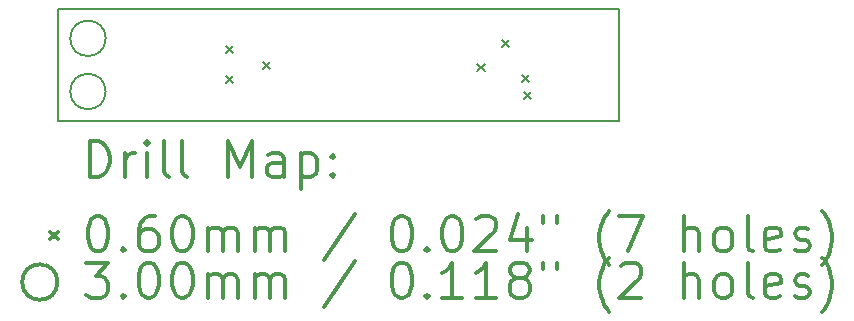
<source format=gbr>
%FSLAX45Y45*%
G04 Gerber Fmt 4.5, Leading zero omitted, Abs format (unit mm)*
G04 Created by KiCad (PCBNEW 4.0.7) date Sat Feb 10 22:50:51 2018*
%MOMM*%
%LPD*%
G01*
G04 APERTURE LIST*
%ADD10C,0.127000*%
%ADD11C,0.150000*%
%ADD12C,0.200000*%
%ADD13C,0.300000*%
G04 APERTURE END LIST*
D10*
D11*
X12150000Y-10950000D02*
X12950000Y-10950000D01*
X12150000Y-10000000D02*
X12150000Y-10950000D01*
X12950000Y-10000000D02*
X12150000Y-10000000D01*
X16900000Y-10950000D02*
X12950000Y-10950000D01*
X16900000Y-10000000D02*
X16900000Y-10950000D01*
X12950000Y-10000000D02*
X16900000Y-10000000D01*
D12*
X13569160Y-10317960D02*
X13629160Y-10377960D01*
X13629160Y-10317960D02*
X13569160Y-10377960D01*
X13569160Y-10571960D02*
X13629160Y-10631960D01*
X13629160Y-10571960D02*
X13569160Y-10631960D01*
X13884120Y-10450040D02*
X13944120Y-10510040D01*
X13944120Y-10450040D02*
X13884120Y-10510040D01*
X15697680Y-10470360D02*
X15757680Y-10530360D01*
X15757680Y-10470360D02*
X15697680Y-10530360D01*
X15905960Y-10267160D02*
X15965960Y-10327160D01*
X15965960Y-10267160D02*
X15905960Y-10327160D01*
X16073600Y-10556720D02*
X16133600Y-10616720D01*
X16133600Y-10556720D02*
X16073600Y-10616720D01*
X16093920Y-10704040D02*
X16153920Y-10764040D01*
X16153920Y-10704040D02*
X16093920Y-10764040D01*
X12550000Y-10250000D02*
G75*
G03X12550000Y-10250000I-150000J0D01*
G01*
X12550000Y-10700000D02*
G75*
G03X12550000Y-10700000I-150000J0D01*
G01*
D13*
X12413928Y-11423214D02*
X12413928Y-11123214D01*
X12485357Y-11123214D01*
X12528214Y-11137500D01*
X12556786Y-11166072D01*
X12571071Y-11194643D01*
X12585357Y-11251786D01*
X12585357Y-11294643D01*
X12571071Y-11351786D01*
X12556786Y-11380357D01*
X12528214Y-11408929D01*
X12485357Y-11423214D01*
X12413928Y-11423214D01*
X12713928Y-11423214D02*
X12713928Y-11223214D01*
X12713928Y-11280357D02*
X12728214Y-11251786D01*
X12742500Y-11237500D01*
X12771071Y-11223214D01*
X12799643Y-11223214D01*
X12899643Y-11423214D02*
X12899643Y-11223214D01*
X12899643Y-11123214D02*
X12885357Y-11137500D01*
X12899643Y-11151786D01*
X12913928Y-11137500D01*
X12899643Y-11123214D01*
X12899643Y-11151786D01*
X13085357Y-11423214D02*
X13056786Y-11408929D01*
X13042500Y-11380357D01*
X13042500Y-11123214D01*
X13242500Y-11423214D02*
X13213928Y-11408929D01*
X13199643Y-11380357D01*
X13199643Y-11123214D01*
X13585357Y-11423214D02*
X13585357Y-11123214D01*
X13685357Y-11337500D01*
X13785357Y-11123214D01*
X13785357Y-11423214D01*
X14056786Y-11423214D02*
X14056786Y-11266071D01*
X14042500Y-11237500D01*
X14013928Y-11223214D01*
X13956786Y-11223214D01*
X13928214Y-11237500D01*
X14056786Y-11408929D02*
X14028214Y-11423214D01*
X13956786Y-11423214D01*
X13928214Y-11408929D01*
X13913928Y-11380357D01*
X13913928Y-11351786D01*
X13928214Y-11323214D01*
X13956786Y-11308929D01*
X14028214Y-11308929D01*
X14056786Y-11294643D01*
X14199643Y-11223214D02*
X14199643Y-11523214D01*
X14199643Y-11237500D02*
X14228214Y-11223214D01*
X14285357Y-11223214D01*
X14313928Y-11237500D01*
X14328214Y-11251786D01*
X14342500Y-11280357D01*
X14342500Y-11366071D01*
X14328214Y-11394643D01*
X14313928Y-11408929D01*
X14285357Y-11423214D01*
X14228214Y-11423214D01*
X14199643Y-11408929D01*
X14471071Y-11394643D02*
X14485357Y-11408929D01*
X14471071Y-11423214D01*
X14456786Y-11408929D01*
X14471071Y-11394643D01*
X14471071Y-11423214D01*
X14471071Y-11237500D02*
X14485357Y-11251786D01*
X14471071Y-11266071D01*
X14456786Y-11251786D01*
X14471071Y-11237500D01*
X14471071Y-11266071D01*
X12082500Y-11887500D02*
X12142500Y-11947500D01*
X12142500Y-11887500D02*
X12082500Y-11947500D01*
X12471071Y-11753214D02*
X12499643Y-11753214D01*
X12528214Y-11767500D01*
X12542500Y-11781786D01*
X12556786Y-11810357D01*
X12571071Y-11867500D01*
X12571071Y-11938929D01*
X12556786Y-11996071D01*
X12542500Y-12024643D01*
X12528214Y-12038929D01*
X12499643Y-12053214D01*
X12471071Y-12053214D01*
X12442500Y-12038929D01*
X12428214Y-12024643D01*
X12413928Y-11996071D01*
X12399643Y-11938929D01*
X12399643Y-11867500D01*
X12413928Y-11810357D01*
X12428214Y-11781786D01*
X12442500Y-11767500D01*
X12471071Y-11753214D01*
X12699643Y-12024643D02*
X12713928Y-12038929D01*
X12699643Y-12053214D01*
X12685357Y-12038929D01*
X12699643Y-12024643D01*
X12699643Y-12053214D01*
X12971071Y-11753214D02*
X12913928Y-11753214D01*
X12885357Y-11767500D01*
X12871071Y-11781786D01*
X12842500Y-11824643D01*
X12828214Y-11881786D01*
X12828214Y-11996071D01*
X12842500Y-12024643D01*
X12856786Y-12038929D01*
X12885357Y-12053214D01*
X12942500Y-12053214D01*
X12971071Y-12038929D01*
X12985357Y-12024643D01*
X12999643Y-11996071D01*
X12999643Y-11924643D01*
X12985357Y-11896071D01*
X12971071Y-11881786D01*
X12942500Y-11867500D01*
X12885357Y-11867500D01*
X12856786Y-11881786D01*
X12842500Y-11896071D01*
X12828214Y-11924643D01*
X13185357Y-11753214D02*
X13213928Y-11753214D01*
X13242500Y-11767500D01*
X13256786Y-11781786D01*
X13271071Y-11810357D01*
X13285357Y-11867500D01*
X13285357Y-11938929D01*
X13271071Y-11996071D01*
X13256786Y-12024643D01*
X13242500Y-12038929D01*
X13213928Y-12053214D01*
X13185357Y-12053214D01*
X13156786Y-12038929D01*
X13142500Y-12024643D01*
X13128214Y-11996071D01*
X13113928Y-11938929D01*
X13113928Y-11867500D01*
X13128214Y-11810357D01*
X13142500Y-11781786D01*
X13156786Y-11767500D01*
X13185357Y-11753214D01*
X13413928Y-12053214D02*
X13413928Y-11853214D01*
X13413928Y-11881786D02*
X13428214Y-11867500D01*
X13456786Y-11853214D01*
X13499643Y-11853214D01*
X13528214Y-11867500D01*
X13542500Y-11896071D01*
X13542500Y-12053214D01*
X13542500Y-11896071D02*
X13556786Y-11867500D01*
X13585357Y-11853214D01*
X13628214Y-11853214D01*
X13656786Y-11867500D01*
X13671071Y-11896071D01*
X13671071Y-12053214D01*
X13813928Y-12053214D02*
X13813928Y-11853214D01*
X13813928Y-11881786D02*
X13828214Y-11867500D01*
X13856786Y-11853214D01*
X13899643Y-11853214D01*
X13928214Y-11867500D01*
X13942500Y-11896071D01*
X13942500Y-12053214D01*
X13942500Y-11896071D02*
X13956786Y-11867500D01*
X13985357Y-11853214D01*
X14028214Y-11853214D01*
X14056786Y-11867500D01*
X14071071Y-11896071D01*
X14071071Y-12053214D01*
X14656786Y-11738929D02*
X14399643Y-12124643D01*
X15042500Y-11753214D02*
X15071071Y-11753214D01*
X15099643Y-11767500D01*
X15113928Y-11781786D01*
X15128214Y-11810357D01*
X15142500Y-11867500D01*
X15142500Y-11938929D01*
X15128214Y-11996071D01*
X15113928Y-12024643D01*
X15099643Y-12038929D01*
X15071071Y-12053214D01*
X15042500Y-12053214D01*
X15013928Y-12038929D01*
X14999643Y-12024643D01*
X14985357Y-11996071D01*
X14971071Y-11938929D01*
X14971071Y-11867500D01*
X14985357Y-11810357D01*
X14999643Y-11781786D01*
X15013928Y-11767500D01*
X15042500Y-11753214D01*
X15271071Y-12024643D02*
X15285357Y-12038929D01*
X15271071Y-12053214D01*
X15256786Y-12038929D01*
X15271071Y-12024643D01*
X15271071Y-12053214D01*
X15471071Y-11753214D02*
X15499643Y-11753214D01*
X15528214Y-11767500D01*
X15542500Y-11781786D01*
X15556785Y-11810357D01*
X15571071Y-11867500D01*
X15571071Y-11938929D01*
X15556785Y-11996071D01*
X15542500Y-12024643D01*
X15528214Y-12038929D01*
X15499643Y-12053214D01*
X15471071Y-12053214D01*
X15442500Y-12038929D01*
X15428214Y-12024643D01*
X15413928Y-11996071D01*
X15399643Y-11938929D01*
X15399643Y-11867500D01*
X15413928Y-11810357D01*
X15428214Y-11781786D01*
X15442500Y-11767500D01*
X15471071Y-11753214D01*
X15685357Y-11781786D02*
X15699643Y-11767500D01*
X15728214Y-11753214D01*
X15799643Y-11753214D01*
X15828214Y-11767500D01*
X15842500Y-11781786D01*
X15856785Y-11810357D01*
X15856785Y-11838929D01*
X15842500Y-11881786D01*
X15671071Y-12053214D01*
X15856785Y-12053214D01*
X16113928Y-11853214D02*
X16113928Y-12053214D01*
X16042500Y-11738929D02*
X15971071Y-11953214D01*
X16156785Y-11953214D01*
X16256786Y-11753214D02*
X16256786Y-11810357D01*
X16371071Y-11753214D02*
X16371071Y-11810357D01*
X16813928Y-12167500D02*
X16799643Y-12153214D01*
X16771071Y-12110357D01*
X16756785Y-12081786D01*
X16742500Y-12038929D01*
X16728214Y-11967500D01*
X16728214Y-11910357D01*
X16742500Y-11838929D01*
X16756785Y-11796071D01*
X16771071Y-11767500D01*
X16799643Y-11724643D01*
X16813928Y-11710357D01*
X16899643Y-11753214D02*
X17099643Y-11753214D01*
X16971071Y-12053214D01*
X17442500Y-12053214D02*
X17442500Y-11753214D01*
X17571071Y-12053214D02*
X17571071Y-11896071D01*
X17556786Y-11867500D01*
X17528214Y-11853214D01*
X17485357Y-11853214D01*
X17456786Y-11867500D01*
X17442500Y-11881786D01*
X17756786Y-12053214D02*
X17728214Y-12038929D01*
X17713928Y-12024643D01*
X17699643Y-11996071D01*
X17699643Y-11910357D01*
X17713928Y-11881786D01*
X17728214Y-11867500D01*
X17756786Y-11853214D01*
X17799643Y-11853214D01*
X17828214Y-11867500D01*
X17842500Y-11881786D01*
X17856786Y-11910357D01*
X17856786Y-11996071D01*
X17842500Y-12024643D01*
X17828214Y-12038929D01*
X17799643Y-12053214D01*
X17756786Y-12053214D01*
X18028214Y-12053214D02*
X17999643Y-12038929D01*
X17985357Y-12010357D01*
X17985357Y-11753214D01*
X18256786Y-12038929D02*
X18228214Y-12053214D01*
X18171071Y-12053214D01*
X18142500Y-12038929D01*
X18128214Y-12010357D01*
X18128214Y-11896071D01*
X18142500Y-11867500D01*
X18171071Y-11853214D01*
X18228214Y-11853214D01*
X18256786Y-11867500D01*
X18271071Y-11896071D01*
X18271071Y-11924643D01*
X18128214Y-11953214D01*
X18385357Y-12038929D02*
X18413929Y-12053214D01*
X18471071Y-12053214D01*
X18499643Y-12038929D01*
X18513929Y-12010357D01*
X18513929Y-11996071D01*
X18499643Y-11967500D01*
X18471071Y-11953214D01*
X18428214Y-11953214D01*
X18399643Y-11938929D01*
X18385357Y-11910357D01*
X18385357Y-11896071D01*
X18399643Y-11867500D01*
X18428214Y-11853214D01*
X18471071Y-11853214D01*
X18499643Y-11867500D01*
X18613928Y-12167500D02*
X18628214Y-12153214D01*
X18656786Y-12110357D01*
X18671071Y-12081786D01*
X18685357Y-12038929D01*
X18699643Y-11967500D01*
X18699643Y-11910357D01*
X18685357Y-11838929D01*
X18671071Y-11796071D01*
X18656786Y-11767500D01*
X18628214Y-11724643D01*
X18613928Y-11710357D01*
X12142500Y-12313500D02*
G75*
G03X12142500Y-12313500I-150000J0D01*
G01*
X12385357Y-12149214D02*
X12571071Y-12149214D01*
X12471071Y-12263500D01*
X12513928Y-12263500D01*
X12542500Y-12277786D01*
X12556786Y-12292071D01*
X12571071Y-12320643D01*
X12571071Y-12392071D01*
X12556786Y-12420643D01*
X12542500Y-12434929D01*
X12513928Y-12449214D01*
X12428214Y-12449214D01*
X12399643Y-12434929D01*
X12385357Y-12420643D01*
X12699643Y-12420643D02*
X12713928Y-12434929D01*
X12699643Y-12449214D01*
X12685357Y-12434929D01*
X12699643Y-12420643D01*
X12699643Y-12449214D01*
X12899643Y-12149214D02*
X12928214Y-12149214D01*
X12956786Y-12163500D01*
X12971071Y-12177786D01*
X12985357Y-12206357D01*
X12999643Y-12263500D01*
X12999643Y-12334929D01*
X12985357Y-12392071D01*
X12971071Y-12420643D01*
X12956786Y-12434929D01*
X12928214Y-12449214D01*
X12899643Y-12449214D01*
X12871071Y-12434929D01*
X12856786Y-12420643D01*
X12842500Y-12392071D01*
X12828214Y-12334929D01*
X12828214Y-12263500D01*
X12842500Y-12206357D01*
X12856786Y-12177786D01*
X12871071Y-12163500D01*
X12899643Y-12149214D01*
X13185357Y-12149214D02*
X13213928Y-12149214D01*
X13242500Y-12163500D01*
X13256786Y-12177786D01*
X13271071Y-12206357D01*
X13285357Y-12263500D01*
X13285357Y-12334929D01*
X13271071Y-12392071D01*
X13256786Y-12420643D01*
X13242500Y-12434929D01*
X13213928Y-12449214D01*
X13185357Y-12449214D01*
X13156786Y-12434929D01*
X13142500Y-12420643D01*
X13128214Y-12392071D01*
X13113928Y-12334929D01*
X13113928Y-12263500D01*
X13128214Y-12206357D01*
X13142500Y-12177786D01*
X13156786Y-12163500D01*
X13185357Y-12149214D01*
X13413928Y-12449214D02*
X13413928Y-12249214D01*
X13413928Y-12277786D02*
X13428214Y-12263500D01*
X13456786Y-12249214D01*
X13499643Y-12249214D01*
X13528214Y-12263500D01*
X13542500Y-12292071D01*
X13542500Y-12449214D01*
X13542500Y-12292071D02*
X13556786Y-12263500D01*
X13585357Y-12249214D01*
X13628214Y-12249214D01*
X13656786Y-12263500D01*
X13671071Y-12292071D01*
X13671071Y-12449214D01*
X13813928Y-12449214D02*
X13813928Y-12249214D01*
X13813928Y-12277786D02*
X13828214Y-12263500D01*
X13856786Y-12249214D01*
X13899643Y-12249214D01*
X13928214Y-12263500D01*
X13942500Y-12292071D01*
X13942500Y-12449214D01*
X13942500Y-12292071D02*
X13956786Y-12263500D01*
X13985357Y-12249214D01*
X14028214Y-12249214D01*
X14056786Y-12263500D01*
X14071071Y-12292071D01*
X14071071Y-12449214D01*
X14656786Y-12134929D02*
X14399643Y-12520643D01*
X15042500Y-12149214D02*
X15071071Y-12149214D01*
X15099643Y-12163500D01*
X15113928Y-12177786D01*
X15128214Y-12206357D01*
X15142500Y-12263500D01*
X15142500Y-12334929D01*
X15128214Y-12392071D01*
X15113928Y-12420643D01*
X15099643Y-12434929D01*
X15071071Y-12449214D01*
X15042500Y-12449214D01*
X15013928Y-12434929D01*
X14999643Y-12420643D01*
X14985357Y-12392071D01*
X14971071Y-12334929D01*
X14971071Y-12263500D01*
X14985357Y-12206357D01*
X14999643Y-12177786D01*
X15013928Y-12163500D01*
X15042500Y-12149214D01*
X15271071Y-12420643D02*
X15285357Y-12434929D01*
X15271071Y-12449214D01*
X15256786Y-12434929D01*
X15271071Y-12420643D01*
X15271071Y-12449214D01*
X15571071Y-12449214D02*
X15399643Y-12449214D01*
X15485357Y-12449214D02*
X15485357Y-12149214D01*
X15456785Y-12192071D01*
X15428214Y-12220643D01*
X15399643Y-12234929D01*
X15856785Y-12449214D02*
X15685357Y-12449214D01*
X15771071Y-12449214D02*
X15771071Y-12149214D01*
X15742500Y-12192071D01*
X15713928Y-12220643D01*
X15685357Y-12234929D01*
X16028214Y-12277786D02*
X15999643Y-12263500D01*
X15985357Y-12249214D01*
X15971071Y-12220643D01*
X15971071Y-12206357D01*
X15985357Y-12177786D01*
X15999643Y-12163500D01*
X16028214Y-12149214D01*
X16085357Y-12149214D01*
X16113928Y-12163500D01*
X16128214Y-12177786D01*
X16142500Y-12206357D01*
X16142500Y-12220643D01*
X16128214Y-12249214D01*
X16113928Y-12263500D01*
X16085357Y-12277786D01*
X16028214Y-12277786D01*
X15999643Y-12292071D01*
X15985357Y-12306357D01*
X15971071Y-12334929D01*
X15971071Y-12392071D01*
X15985357Y-12420643D01*
X15999643Y-12434929D01*
X16028214Y-12449214D01*
X16085357Y-12449214D01*
X16113928Y-12434929D01*
X16128214Y-12420643D01*
X16142500Y-12392071D01*
X16142500Y-12334929D01*
X16128214Y-12306357D01*
X16113928Y-12292071D01*
X16085357Y-12277786D01*
X16256786Y-12149214D02*
X16256786Y-12206357D01*
X16371071Y-12149214D02*
X16371071Y-12206357D01*
X16813928Y-12563500D02*
X16799643Y-12549214D01*
X16771071Y-12506357D01*
X16756785Y-12477786D01*
X16742500Y-12434929D01*
X16728214Y-12363500D01*
X16728214Y-12306357D01*
X16742500Y-12234929D01*
X16756785Y-12192071D01*
X16771071Y-12163500D01*
X16799643Y-12120643D01*
X16813928Y-12106357D01*
X16913928Y-12177786D02*
X16928214Y-12163500D01*
X16956786Y-12149214D01*
X17028214Y-12149214D01*
X17056786Y-12163500D01*
X17071071Y-12177786D01*
X17085357Y-12206357D01*
X17085357Y-12234929D01*
X17071071Y-12277786D01*
X16899643Y-12449214D01*
X17085357Y-12449214D01*
X17442500Y-12449214D02*
X17442500Y-12149214D01*
X17571071Y-12449214D02*
X17571071Y-12292071D01*
X17556786Y-12263500D01*
X17528214Y-12249214D01*
X17485357Y-12249214D01*
X17456786Y-12263500D01*
X17442500Y-12277786D01*
X17756786Y-12449214D02*
X17728214Y-12434929D01*
X17713928Y-12420643D01*
X17699643Y-12392071D01*
X17699643Y-12306357D01*
X17713928Y-12277786D01*
X17728214Y-12263500D01*
X17756786Y-12249214D01*
X17799643Y-12249214D01*
X17828214Y-12263500D01*
X17842500Y-12277786D01*
X17856786Y-12306357D01*
X17856786Y-12392071D01*
X17842500Y-12420643D01*
X17828214Y-12434929D01*
X17799643Y-12449214D01*
X17756786Y-12449214D01*
X18028214Y-12449214D02*
X17999643Y-12434929D01*
X17985357Y-12406357D01*
X17985357Y-12149214D01*
X18256786Y-12434929D02*
X18228214Y-12449214D01*
X18171071Y-12449214D01*
X18142500Y-12434929D01*
X18128214Y-12406357D01*
X18128214Y-12292071D01*
X18142500Y-12263500D01*
X18171071Y-12249214D01*
X18228214Y-12249214D01*
X18256786Y-12263500D01*
X18271071Y-12292071D01*
X18271071Y-12320643D01*
X18128214Y-12349214D01*
X18385357Y-12434929D02*
X18413929Y-12449214D01*
X18471071Y-12449214D01*
X18499643Y-12434929D01*
X18513929Y-12406357D01*
X18513929Y-12392071D01*
X18499643Y-12363500D01*
X18471071Y-12349214D01*
X18428214Y-12349214D01*
X18399643Y-12334929D01*
X18385357Y-12306357D01*
X18385357Y-12292071D01*
X18399643Y-12263500D01*
X18428214Y-12249214D01*
X18471071Y-12249214D01*
X18499643Y-12263500D01*
X18613928Y-12563500D02*
X18628214Y-12549214D01*
X18656786Y-12506357D01*
X18671071Y-12477786D01*
X18685357Y-12434929D01*
X18699643Y-12363500D01*
X18699643Y-12306357D01*
X18685357Y-12234929D01*
X18671071Y-12192071D01*
X18656786Y-12163500D01*
X18628214Y-12120643D01*
X18613928Y-12106357D01*
M02*

</source>
